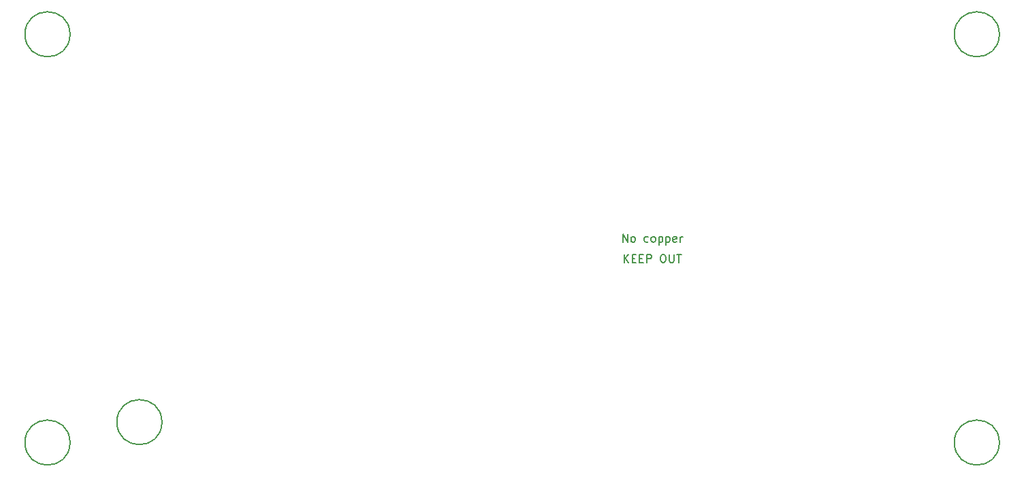
<source format=gbr>
%TF.GenerationSoftware,KiCad,Pcbnew,7.0.10*%
%TF.CreationDate,2024-03-07T19:54:15+07:00*%
%TF.ProjectId,solder-reflow,736f6c64-6572-42d7-9265-666c6f772e6b,rev?*%
%TF.SameCoordinates,Original*%
%TF.FileFunction,Other,Comment*%
%FSLAX46Y46*%
G04 Gerber Fmt 4.6, Leading zero omitted, Abs format (unit mm)*
G04 Created by KiCad (PCBNEW 7.0.10) date 2024-03-07 19:54:15*
%MOMM*%
%LPD*%
G01*
G04 APERTURE LIST*
%ADD10C,0.150000*%
G04 APERTURE END LIST*
D10*
X166791142Y-79194819D02*
X166791142Y-78194819D01*
X166791142Y-78194819D02*
X167362570Y-79194819D01*
X167362570Y-79194819D02*
X167362570Y-78194819D01*
X167981618Y-79194819D02*
X167886380Y-79147200D01*
X167886380Y-79147200D02*
X167838761Y-79099580D01*
X167838761Y-79099580D02*
X167791142Y-79004342D01*
X167791142Y-79004342D02*
X167791142Y-78718628D01*
X167791142Y-78718628D02*
X167838761Y-78623390D01*
X167838761Y-78623390D02*
X167886380Y-78575771D01*
X167886380Y-78575771D02*
X167981618Y-78528152D01*
X167981618Y-78528152D02*
X168124475Y-78528152D01*
X168124475Y-78528152D02*
X168219713Y-78575771D01*
X168219713Y-78575771D02*
X168267332Y-78623390D01*
X168267332Y-78623390D02*
X168314951Y-78718628D01*
X168314951Y-78718628D02*
X168314951Y-79004342D01*
X168314951Y-79004342D02*
X168267332Y-79099580D01*
X168267332Y-79099580D02*
X168219713Y-79147200D01*
X168219713Y-79147200D02*
X168124475Y-79194819D01*
X168124475Y-79194819D02*
X167981618Y-79194819D01*
X169933999Y-79147200D02*
X169838761Y-79194819D01*
X169838761Y-79194819D02*
X169648285Y-79194819D01*
X169648285Y-79194819D02*
X169553047Y-79147200D01*
X169553047Y-79147200D02*
X169505428Y-79099580D01*
X169505428Y-79099580D02*
X169457809Y-79004342D01*
X169457809Y-79004342D02*
X169457809Y-78718628D01*
X169457809Y-78718628D02*
X169505428Y-78623390D01*
X169505428Y-78623390D02*
X169553047Y-78575771D01*
X169553047Y-78575771D02*
X169648285Y-78528152D01*
X169648285Y-78528152D02*
X169838761Y-78528152D01*
X169838761Y-78528152D02*
X169933999Y-78575771D01*
X170505428Y-79194819D02*
X170410190Y-79147200D01*
X170410190Y-79147200D02*
X170362571Y-79099580D01*
X170362571Y-79099580D02*
X170314952Y-79004342D01*
X170314952Y-79004342D02*
X170314952Y-78718628D01*
X170314952Y-78718628D02*
X170362571Y-78623390D01*
X170362571Y-78623390D02*
X170410190Y-78575771D01*
X170410190Y-78575771D02*
X170505428Y-78528152D01*
X170505428Y-78528152D02*
X170648285Y-78528152D01*
X170648285Y-78528152D02*
X170743523Y-78575771D01*
X170743523Y-78575771D02*
X170791142Y-78623390D01*
X170791142Y-78623390D02*
X170838761Y-78718628D01*
X170838761Y-78718628D02*
X170838761Y-79004342D01*
X170838761Y-79004342D02*
X170791142Y-79099580D01*
X170791142Y-79099580D02*
X170743523Y-79147200D01*
X170743523Y-79147200D02*
X170648285Y-79194819D01*
X170648285Y-79194819D02*
X170505428Y-79194819D01*
X171267333Y-78528152D02*
X171267333Y-79528152D01*
X171267333Y-78575771D02*
X171362571Y-78528152D01*
X171362571Y-78528152D02*
X171553047Y-78528152D01*
X171553047Y-78528152D02*
X171648285Y-78575771D01*
X171648285Y-78575771D02*
X171695904Y-78623390D01*
X171695904Y-78623390D02*
X171743523Y-78718628D01*
X171743523Y-78718628D02*
X171743523Y-79004342D01*
X171743523Y-79004342D02*
X171695904Y-79099580D01*
X171695904Y-79099580D02*
X171648285Y-79147200D01*
X171648285Y-79147200D02*
X171553047Y-79194819D01*
X171553047Y-79194819D02*
X171362571Y-79194819D01*
X171362571Y-79194819D02*
X171267333Y-79147200D01*
X172172095Y-78528152D02*
X172172095Y-79528152D01*
X172172095Y-78575771D02*
X172267333Y-78528152D01*
X172267333Y-78528152D02*
X172457809Y-78528152D01*
X172457809Y-78528152D02*
X172553047Y-78575771D01*
X172553047Y-78575771D02*
X172600666Y-78623390D01*
X172600666Y-78623390D02*
X172648285Y-78718628D01*
X172648285Y-78718628D02*
X172648285Y-79004342D01*
X172648285Y-79004342D02*
X172600666Y-79099580D01*
X172600666Y-79099580D02*
X172553047Y-79147200D01*
X172553047Y-79147200D02*
X172457809Y-79194819D01*
X172457809Y-79194819D02*
X172267333Y-79194819D01*
X172267333Y-79194819D02*
X172172095Y-79147200D01*
X173457809Y-79147200D02*
X173362571Y-79194819D01*
X173362571Y-79194819D02*
X173172095Y-79194819D01*
X173172095Y-79194819D02*
X173076857Y-79147200D01*
X173076857Y-79147200D02*
X173029238Y-79051961D01*
X173029238Y-79051961D02*
X173029238Y-78671009D01*
X173029238Y-78671009D02*
X173076857Y-78575771D01*
X173076857Y-78575771D02*
X173172095Y-78528152D01*
X173172095Y-78528152D02*
X173362571Y-78528152D01*
X173362571Y-78528152D02*
X173457809Y-78575771D01*
X173457809Y-78575771D02*
X173505428Y-78671009D01*
X173505428Y-78671009D02*
X173505428Y-78766247D01*
X173505428Y-78766247D02*
X173029238Y-78861485D01*
X173934000Y-79194819D02*
X173934000Y-78528152D01*
X173934000Y-78718628D02*
X173981619Y-78623390D01*
X173981619Y-78623390D02*
X174029238Y-78575771D01*
X174029238Y-78575771D02*
X174124476Y-78528152D01*
X174124476Y-78528152D02*
X174219714Y-78528152D01*
X166957809Y-81734819D02*
X166957809Y-80734819D01*
X167529237Y-81734819D02*
X167100666Y-81163390D01*
X167529237Y-80734819D02*
X166957809Y-81306247D01*
X167957809Y-81211009D02*
X168291142Y-81211009D01*
X168433999Y-81734819D02*
X167957809Y-81734819D01*
X167957809Y-81734819D02*
X167957809Y-80734819D01*
X167957809Y-80734819D02*
X168433999Y-80734819D01*
X168862571Y-81211009D02*
X169195904Y-81211009D01*
X169338761Y-81734819D02*
X168862571Y-81734819D01*
X168862571Y-81734819D02*
X168862571Y-80734819D01*
X168862571Y-80734819D02*
X169338761Y-80734819D01*
X169767333Y-81734819D02*
X169767333Y-80734819D01*
X169767333Y-80734819D02*
X170148285Y-80734819D01*
X170148285Y-80734819D02*
X170243523Y-80782438D01*
X170243523Y-80782438D02*
X170291142Y-80830057D01*
X170291142Y-80830057D02*
X170338761Y-80925295D01*
X170338761Y-80925295D02*
X170338761Y-81068152D01*
X170338761Y-81068152D02*
X170291142Y-81163390D01*
X170291142Y-81163390D02*
X170243523Y-81211009D01*
X170243523Y-81211009D02*
X170148285Y-81258628D01*
X170148285Y-81258628D02*
X169767333Y-81258628D01*
X171719714Y-80734819D02*
X171910190Y-80734819D01*
X171910190Y-80734819D02*
X172005428Y-80782438D01*
X172005428Y-80782438D02*
X172100666Y-80877676D01*
X172100666Y-80877676D02*
X172148285Y-81068152D01*
X172148285Y-81068152D02*
X172148285Y-81401485D01*
X172148285Y-81401485D02*
X172100666Y-81591961D01*
X172100666Y-81591961D02*
X172005428Y-81687200D01*
X172005428Y-81687200D02*
X171910190Y-81734819D01*
X171910190Y-81734819D02*
X171719714Y-81734819D01*
X171719714Y-81734819D02*
X171624476Y-81687200D01*
X171624476Y-81687200D02*
X171529238Y-81591961D01*
X171529238Y-81591961D02*
X171481619Y-81401485D01*
X171481619Y-81401485D02*
X171481619Y-81068152D01*
X171481619Y-81068152D02*
X171529238Y-80877676D01*
X171529238Y-80877676D02*
X171624476Y-80782438D01*
X171624476Y-80782438D02*
X171719714Y-80734819D01*
X172576857Y-80734819D02*
X172576857Y-81544342D01*
X172576857Y-81544342D02*
X172624476Y-81639580D01*
X172624476Y-81639580D02*
X172672095Y-81687200D01*
X172672095Y-81687200D02*
X172767333Y-81734819D01*
X172767333Y-81734819D02*
X172957809Y-81734819D01*
X172957809Y-81734819D02*
X173053047Y-81687200D01*
X173053047Y-81687200D02*
X173100666Y-81639580D01*
X173100666Y-81639580D02*
X173148285Y-81544342D01*
X173148285Y-81544342D02*
X173148285Y-80734819D01*
X173481619Y-80734819D02*
X174053047Y-80734819D01*
X173767333Y-81734819D02*
X173767333Y-80734819D01*
%TO.C,H1*%
X98050000Y-53340000D02*
G75*
G03*
X92450000Y-53340000I-2800000J0D01*
G01*
X92450000Y-53340000D02*
G75*
G03*
X98050000Y-53340000I2800000J0D01*
G01*
%TO.C,H2*%
X213620000Y-53340000D02*
G75*
G03*
X208020000Y-53340000I-2800000J0D01*
G01*
X208020000Y-53340000D02*
G75*
G03*
X213620000Y-53340000I2800000J0D01*
G01*
%TO.C,H3*%
X213620000Y-104140000D02*
G75*
G03*
X208020000Y-104140000I-2800000J0D01*
G01*
X208020000Y-104140000D02*
G75*
G03*
X213620000Y-104140000I2800000J0D01*
G01*
%TO.C,H4*%
X98050000Y-104140000D02*
G75*
G03*
X92450000Y-104140000I-2800000J0D01*
G01*
X92450000Y-104140000D02*
G75*
G03*
X98050000Y-104140000I2800000J0D01*
G01*
%TO.C,H5*%
X109480000Y-101600000D02*
G75*
G03*
X103880000Y-101600000I-2800000J0D01*
G01*
X103880000Y-101600000D02*
G75*
G03*
X109480000Y-101600000I2800000J0D01*
G01*
%TD*%
M02*

</source>
